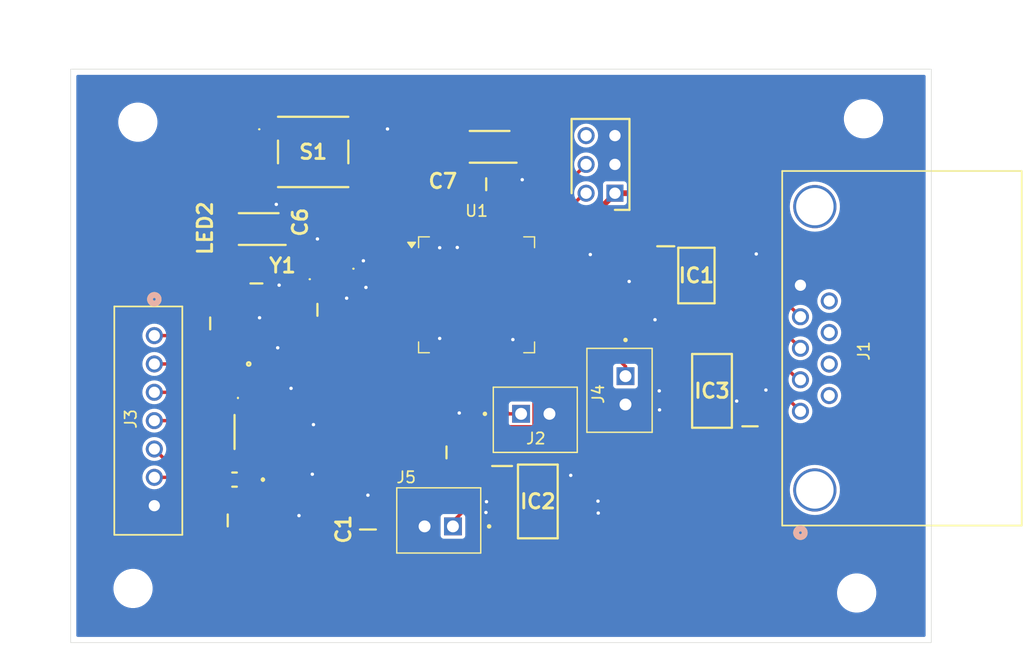
<source format=kicad_pcb>
(kicad_pcb (version 20240108) (generator "pcbnew") (generator_version "8.0")
  (layers (0 "F.Cu" signal) (31 "B.Cu" power) (34 "B.Paste" user) (35 "F.Paste" user) (36 "B.SilkS" user "B.Silkscreen") (37 "F.SilkS" user "F.Silkscreen") (38 "B.Mask" user) (39 "F.Mask" user) (44 "Edge.Cuts" user))
  (net 0 "")
  (net 1 "+3.3V")
  (net 2 "GND")
  (net 3 "/NRST")
  (net 4 "Net-(U1-VDDA)")
  (net 5 "/RCC")
  (net 6 "+5V")
  (net 7 "Net-(D1-A)")
  (net 8 "Net-(IC1-TXD)")
  (net 9 "Net-(IC1-RXD)")
  (net 10 "/CAN_H")
  (net 11 "/CAN_L")
  (net 12 "Net-(IC2-VIN)")
  (net 17 "Net-(U1-PA7)")
  (net 18 "Net-(J3-Pad3)")
  (net 19 "Net-(J3-Pad2)")
  (net 20 "Net-(J3-Pad6)")
  (net 21 "Net-(J3-Pad5)")
  (net 22 "Net-(J3-Pad4)")
  (net 23 "Net-(J3-Pad1)")
  (net 24 "Net-(U1-PA8)")
  (net 25 "Net-(LED2-A)")
  (net 26 "Net-(U1-PC12)")
  (net 27 "Net-(U1-PA0)")
  (net 28 "Net-(U1-PA1)")
  (net 29 "Net-(U1-PA2)")
  (net 30 "Net-(U1-PA3)")
  (net 31 "Net-(U1-PA4)")
  (net 32 "Net-(U1-PA5)")
  (net 33 "Net-(U1-PA6)")
  (net 34 "/SWDCLK")
  (net 35 "/SWDIO")
  (footprint "SamacSys_Parts:CAPC2012X94N" (layer "F.Cu") (at 140.05 88.625)
    (property "Reference" "C7")
    (property "Value" "100n" (hide yes))
  )
  (footprint "SamacSys_Parts:RESC6432X65N" (layer "F.Cu") (at 123.120199 108.7 180)
    (property "Reference" "R10" (hide yes))
    (property "Value" "33k" (hide yes))
  )
  (footprint "SamacSys_Parts:SOIC127P600X175-8N" (layer "F.Cu") (at 163.825 94.9)
    (property "Reference" "IC1")
    (property "Value" "MCP2562FDT-H_SN" (hide yes))
  )
  (footprint "SamacSys_Parts:CAPC2012X94N" (layer "F.Cu") (at 131.25 90.2 180)
    (property "Reference" "C6")
    (property "Value" "100n" (hide yes))
  )
  (footprint "SamacSys_Parts:JST_B2B-XH-A" (layer "F.Cu") (at 149.625 107.625 180)
    (property "Reference" "J2")
    (property "Value" "B2B-XH-A")
  )
  (footprint "SamacSys_Parts:RESC1005X45N" (layer "F.Cu") (at 128.920199 108.7 -90)
    (property "Reference" "R11" (hide yes))
    (property "Value" "10k" (hide yes))
  )
  (footprint "SamacSys_Parts:ERA3AEB101V" (layer "F.Cu") (at 122.120199 105.7 180)
    (property "Reference" "R8" (hide yes))
    (property "Value" "47k" (hide yes))
  )
  (footprint "SamacSys_Parts:RESC2012X60N6.8K" (layer "F.Cu") (at 122.520199 116.5 180)
    (property "Reference" "R14" (hide yes))
    (property "Value" "6.8k" (hide yes))
  )
  (footprint "SamacSys_Parts:EL25235JLFS" (layer "F.Cu") (at 130.05 84)
    (property "Reference" "S1")
    (property "Value" "EL2_52_35J_LFS" (hide yes))
  )
  (footprint "SamacSys_Parts:RESC2012X55N" (layer "F.Cu") (at 145.3 86.85)
    (property "Reference" "R1" (hide yes))
    (property "Value" "330R" (hide yes))
  )
  (footprint "SamacSys_Parts:LEDM3528X185N" (layer "F.Cu") (at 125.25 90.8 180)
    (property "Reference" "LED2")
    (property "Value" "VLMW45R1S1-5K6L-08" (hide yes))
  )
  (footprint "SamacSys_Parts:HDRV6W82P254_2X3_762X500X884P" (layer "F.Cu") (at 156.645 87.64 90)
    (property "Reference" "SWD1" (hide yes))
    (property "Value" "Conn_02x03_Odd_Even" (hide yes))
  )
  (footprint "SamacSys_Parts:BLM21AG102BH1J" (layer "F.Cu") (at 130.425 97.925 180)
    (property "Reference" "FB1" (hide yes))
    (property "Value" "120R @ 100Mhz" (hide yes))
  )
  (footprint "SamacSys_Parts:CAPC2012X94N" (layer "F.Cu") (at 162.65 98.8 180)
    (property "Reference" "C12" (hide yes))
    (property "Value" "100n" (hide yes))
  )
  (footprint "MountingHole:MountingHole_3.2mm_M3" (layer "F.Cu") (at 114.175 122.5)
    (property "Reference" "H3" (hide yes))
    (property "Value" "MountingHole")
  )
  (footprint "SamacSys_Parts:LEDM3528X185N" (layer "F.Cu") (at 145.6 83.55 180)
    (property "Reference" "D1" (hide yes))
    (property "Value" "LED" (hide yes))
  )
  (footprint "SamacSys_Parts:CAPC3216X94N" (layer "F.Cu") (at 134.875 117.3 90)
    (property "Reference" "C1")
    (property "Value" "10u" (hide yes))
  )
  (footprint "SamacSys_Parts:RESC1005X45N" (layer "F.Cu") (at 126.920199 102.9 -90)
    (property "Reference" "R7" (hide yes))
    (property "Value" "10k" (hide yes))
  )
  (footprint "SamacSys_Parts:ERA6AEB101V" (layer "F.Cu") (at 123.120199 112.9 180)
    (property "Reference" "R12" (hide yes))
    (property "Value" "20k" (hide yes))
  )
  (footprint "MountingHole:MountingHole_3.2mm_M3" (layer "F.Cu") (at 177.95 122.9)
    (property "Reference" "H4" (hide yes))
    (property "Value" "MountingHole")
  )
  (footprint "SamacSys_Parts:RESC1005X45N" (layer "F.Cu") (at 128.720199 113.1 -90)
    (property "Reference" "R13" (hide yes))
    (property "Value" "10k" (hide yes))
  )
  (footprint "Package_QFP:LQFP-64_10x10mm_P0.5mm" (layer "F.Cu") (at 144.45 96.6)
    (property "Reference" "U1")
    (property "Value" "STM32L476RGTx")
  )
  (footprint "SamacSys_Parts:RESC1005X45N" (layer "F.Cu") (at 123.95 99.175 -90)
    (property "Reference" "R5" (hide yes))
    (property "Value" "10k" (hide yes))
  )
  (footprint "SamacSys_Parts:RESC2012X55N" (layer "F.Cu") (at 125.05 95.6 -90)
    (property "Reference" "R18" (hide yes))
    (property "Value" "330" (hide yes))
  )
  (footprint "SamacSys_Parts:CONN_B7B-XH-A_JST" (layer "F.Cu") (at 116.05 100.2 90)
    (property "Reference" "J3")
    (property "Value" "B7B-XH-A")
  )
  (footprint "SamacSys_Parts:RESC1005X45N" (layer "F.Cu") (at 141.725 106.475 90)
    (property "Reference" "R17" (hide yes))
    (property "Value" "10k" (hide yes))
  )
  (footprint "SamacSys_Parts:CAPC2012X94N" (layer "F.Cu") (at 135.85 92.8 -90)
    (property "Reference" "C2" (hide yes))
    (property "Value" "100n" (hide yes))
  )
  (footprint "SamacSys_Parts:RESC2012X60N" (layer "F.Cu") (at 141.8 110.5)
    (property "Reference" "R16" (hide yes))
    (property "Value" "47k" (hide yes))
  )
  (footprint "SamacSys_Parts:CAPC2012X94N" (layer "F.Cu") (at 152.9425 92.2 -90)
    (property "Reference" "C3" (hide yes))
    (property "Value" "100n" (hide yes))
  )
  (footprint "SamacSys_Parts:CAPC2012X94N" (layer "F.Cu") (at 155.24 95.35 180)
    (property "Reference" "C13" (hide yes))
    (property "Value" "100n" (hide yes))
  )
  (footprint "SamacSys_Parts:CAPC2012X94N" (layer "F.Cu") (at 150.65 102.75 -90)
    (property "Reference" "C4" (hide yes))
    (property "Value" "100n" (hide yes))
  )
  (footprint "SamacSys_Parts:830208214709" (layer "F.Cu") (at 130.5 94.025)
    (property "Reference" "Y1")
    (property "Value" "ABM11-16.000MHz-D2X-T" (hide yes))
  )
  (footprint "SamacSys_Parts:RESC1005X45N" (layer "F.Cu") (at 126.920199 105.5 -90)
    (property "Reference" "R9" (hide yes))
    (property "Value" "10k" (hide yes))
  )
  (footprint "SamacSys_Parts:CAPC2012X94N" (layer "F.Cu") (at 149.3 88.55 180)
    (property "Reference" "C5" (hide yes))
    (property "Value" "100n" (hide yes))
  )
  (footprint "SamacSys_Parts:JST_B2B-XH-A" (layer "F.Cu") (at 157.05 105.025 90)
    (property "Reference" "J4")
    (property "Value" "B2B-XH-A")
  )
  (footprint "SamacSys_Parts:CAPC1005X55N" (layer "F.Cu") (at 127.125 97.075 180)
    (property "Reference" "C10" (hide yes))
    (property "Value" "1u" (hide yes))
  )
  (footprint "SamacSys_Parts:SOT230P700X180-4N5v" (layer "F.Cu") (at 165.2 105.075 180)
    (property "Reference" "IC3")
    (property "Value" "MC33275ST-5.0T3G" (hide yes))
  )
  (footprint "SamacSys_Parts:RESC2012X70N" (layer "F.Cu") (at 120.975 99.125 180)
    (property "Reference" "R4" (hide yes))
    (property "Value" "82k" (hide yes))
  )
  (footprint "SamacSys_Parts:CONN9X1_2286550-1_TEC" (layer "F.Cu") (at 172.9932 106.876599 90)
    (property "Reference" "J1")
    (property "Value" "Conn_2Rows-09Pins")
  )
  (footprint "SamacSys_Parts:ERJUP6" (layer "F.Cu") (at 122.345199 102.7 180)
    (property "Reference" "R6" (hide yes))
    (property "Value" "68k" (hide yes))
  )
  (footprint "MountingHole:MountingHole_3.2mm_M3" (layer "F.Cu") (at 114.6 81.375)
    (property "Reference" "H1" (hide yes))
    (property "Value" "MountingHole")
  )
  (footprint "SamacSys_Parts:SOT230P700X180-4N" (layer "F.Cu") (at 149.85 114.825)
    (property "Reference" "IC2")
    (property "Value" "MC33275ST-3.3T3G" (hide yes))
  )
  (footprint "SamacSys_Parts:JST_B2B-XH-A" (layer "F.Cu") (at 141.1175 116.5)
    (property "Reference" "J5")
    (property "Value" "B2B-XH-A")
  )
  (footprint "SamacSys_Parts:CAPC1005X55N" (layer "F.Cu") (at 127.15 98.675 180)
    (property "Reference" "C9" (hide yes))
    (property "Value" "1u" (hide yes))
  )
  (footprint "SamacSys_Parts:CAPC2012X94N" (layer "F.Cu") (at 135.9 96.775 90)
    (property "Reference" "C8" (hide yes))
    (property "Value" "10n" (hide yes))
  )
  (footprint "SamacSys_Parts:RESC1005X45N" (layer "F.Cu") (at 127.670199 116.7 -90)
    (property "Reference" "R15" (hide yes))
    (property "Value" "10k" (hide yes))
  )
  (footprint "SamacSys_Parts:EZJP0V180HA" (layer "F.Cu") (at 133.6 95.2 -90)
    (property "Reference" "C11" (hide yes))
    (property "Value" "15pF" (hide yes))
  )
  (footprint "MountingHole:MountingHole_3.2mm_M3" (layer "F.Cu") (at 178.55 81.075)
    (property "Reference" "H2" (hide yes))
    (property "Value" "MountingHole")
  )
  (gr_rect (start 108.675 76.7) (end 184.525 127.275) (stroke (width 0.05)) (fill none) (layer "Edge.Cuts"))
  (segment (start 137.915 91.99) (end 135.85 91.99) (width 0.3) (layer "F.Cu") (net 1))
  (segment (start 151.835 105.17) (end 152.275 104.73) (width 0.5) (layer "F.Cu") (net 1))
  (segment (start 136.8 123.3) (end 136.8 115.7) (width 0.5) (layer "F.Cu") (net 1))
  (segment (start 113.625 93.6) (end 121.35 93.6) (width 0.5) (layer "F.Cu") (net 1))
  (segment (start 141.8 111.925) (end 141.8 109.210661) (width 0.5) (layer "F.Cu") (net 1))
  (segment (start 148.955 101.52) (end 148.955 100.895) (width 0.3) (layer "F.Cu") (net 1))
  (segment (start 114.775 116.125) (end 112.6 116.125) (width 0.5) (layer "F.Cu") (net 1))
  (segment (start 149.6125 108.3375) (end 149.6125 105.914148) (width 0.5) (layer "F.Cu") (net 1))
  (segment (start 127.425 78.925) (end 140.75 78.925) (width 0.5) (layer "F.Cu") (net 1))
  (segment (start 142.673161 108.3375) (end 149.6125 108.3375) (width 0.5) (layer "F.Cu") (net 1))
  (segment (start 138.775 92.85) (end 137.915 91.99) (width 0.3) (layer "F.Cu") (net 1))
  (segment (start 151.125 78.925) (end 156.085661 78.925) (width 0.5) (layer "F.Cu") (net 1))
  (segment (start 150 101.94) (end 150.65 101.94) (width 0.3) (layer "F.Cu") (net 1))
  (segment (start 127.585 96.79) (end 127.585 97.075) (width 0.5) (layer "F.Cu") (net 1))
  (segment (start 134.875 118.7) (end 134.875 123.275) (width 0.5) (layer "F.Cu") (net 1))
  (segment (start 140.75 78.925) (end 151.125 78.925) (width 0.5) (layer "F.Cu") (net 1))
  (segment (start 166.525 96.805) (end 165.455 96.805) (width 0.5) (layer "F.Cu") (net 1))
  (segment (start 166.525 96.805) (end 165.275 96.805) (width 0.5) (layer "F.Cu") (net 1))
  (segment (start 139.24 79.015) (end 139.24 88.625) (width 0.5) (layer "F.Cu") (net 1))
  (segment (start 141.15 112.575) (end 141.8 111.925) (width 0.5) (layer "F.Cu") (net 1))
  (segment (start 125.885 97.835) (end 127.29 97.835) (width 0.5) (layer "F.Cu") (net 1))
  (segment (start 156.645 87.64) (end 156.645 87.6875) (width 0.5) (layer "F.Cu") (net 1))
  (segment (start 152.875 91.39) (end 151.585 91.39) (width 0.3) (layer "F.Cu") (net 1))
  (segment (start 152.275 104.73) (end 152.275 102.33) (width 0.5) (layer "F.Cu") (net 1))
  (segment (start 161.555331 84.394669) (end 163.805331 86.644669) (width 0.5) (layer "F.Cu") (net 1))
  (segment (start 146.45 122.15) (end 145.3 123.3) (width 0.5) (layer "F.Cu") (net 1))
  (segment (start 127.585 97.54) (end 127.585 97.075) (width 0.5) (layer "F.Cu") (net 1))
  (segment (start 139.24 89.465) (end 140.7 90.925) (width 0.3) (layer "F.Cu") (net 1))
  (segment (start 151.125 87.231472) (end 150.11 88.246472) (width 0.5) (layer "F.Cu") (net 1))
  (segment (start 122.05 92.9) (end 122.05 93) (width 0.5) (layer "F.Cu") (net 1))
  (segment (start 156.645 87.6875) (end 152.9425 91.39) (width 0.5) (layer "F.Cu") (net 1))
  (segment (start 129.85 93.525) (end 129.85 94.525) (width 0.5) (layer "F.Cu") (net 1))
  (segment (start 146.45 117.125) (end 146.45 122.15) (width 0.5) (layer "F.Cu") (net 1))
  (segment (start 139.15 78.925) (end 139.24 79.015) (width 0.5) (layer "F.Cu") (net 1))
  (segment (start 148.955 100.895) (end 150 101.94) (width 0.3) (layer "F.Cu") (net 1))
  (segment (start 148.2 102.275) (end 148.955 101.52) (width 0.3) (layer "F.Cu") (net 1))
  (segment (start 112.6 116.125) (end 110.925 114.45) (width 0.5) (layer "F.Cu") (net 1))
  (segment (start 145.3 123.3) (end 136.8 123.3) (width 0.5) (layer "F.Cu") (net 1))
  (segment (start 151.125 78.925) (end 151.125 87.231472) (width 0.5) (layer "F.Cu") (net 1))
  (segment (start 129.525 97.925) (end 128.435 97.925) (width 0.5) (layer "F.Cu") (net 1))
  (segment (start 141.7 100.869239) (end 142.669239 99.9) (width 0.3) (layer "F.Cu") (net 1))
  (segment (start 163.805331 95.335331) (end 163.805331 86.644669) (width 0.5) (layer "F.Cu") (net 1))
  (segment (start 150.11 88.246472) (end 150.11 88.55) (width 0.5) (layer "F.Cu") (net 1))
  (segment (start 139.925 112.575) (end 141.15 112.575) (width 0.5) (layer "F.Cu") (net 1))
  (segment (start 125.05 96.55) (end 125.05 97) (width 0.5) (layer "F.Cu") (net 1))
  (segment (start 134.875 123.275) (end 134.9 123.3) (width 0.5) (layer "F.Cu") (net 1))
  (segment (start 129.85 94.525) (end 127.585 96.79) (width 0.5) (layer "F.Cu") (net 1))
  (segment (start 134.9 123.3) (end 121.95 123.3) (width 0.5) (layer "F.Cu") (net 1))
  (segment (start 131.385 91.99) (end 129.85 93.525) (width 0.3) (layer "F.Cu") (net 1))
  (segment (start 139.24 89.465) (end 139.24 88.625) (width 0.3) (layer "F.Cu") (net 1))
  (segment (start 135.85 91.99) (end 131.385 91.99) (width 0.3) (layer "F.Cu") (net 1))
  (segment (start 122.05 93.55) (end 122.05 93) (width 0.5) (layer "F.Cu") (net 1))
  (segment (start 122.05 93) (end 122.05 84.3) (width 0.5) (layer "F.Cu") (net 1))
  (segment (start 156.085661 78.925) (end 161.555331 84.394669) (width 0.5) (layer "F.Cu") (net 1))
  (segment (start 125.05 97) (end 125.885 97.835) (width 0.5) (layer "F.Cu") (net 1))
  (segment (start 139.15 78.925) (end 140.75 78.925) (width 0.5) (layer "F.Cu") (net 1))
  (segment (start 125.05 96.55) (end 122.05 93.55) (width 0.5) (layer "F.Cu") (net 1))
  (segment (start 110.925 114.45) (end 110.925 96.3) (width 0.5) (layer "F.Cu") (net 1))
  (segment (start 151.885 101.94) (end 150.65 101.94) (width 0.5) (layer "F.Cu") (net 1))
  (segment (start 128.435 97.925) (end 127.585 97.075) (width 0.5) (layer "F.Cu") (net 1))
  (segment (start 127.29 97.835) (end 127.585 97.54) (width 0.5) (layer "F.Cu") (net 1))
  (segment (start 121.35 93.6) (end 122.05 92.9) (width 0.5) (layer "F.Cu") (net 1))
  (segment (start 165.455 96.805) (end 163.46 98.8) (width 0.5) (layer "F.Cu") (net 1))
  (segment (start 161.555331 84.394669) (end 158.31 87.64) (width 0.5) (layer "F.Cu") (net 1))
  (segment (start 136.8 123.3) (end 134.9 123.3) (width 0.5) (layer "F.Cu") (net 1))
  (segment (start 142.669239 99.9) (end 147.96 99.9) (width 0.3) (layer "F.Cu") (net 1))
  (segment (start 150.356648 105.17) (end 151.835 105.17) (width 0.5) (layer "F.Cu") (net 1))
  (segment (start 149.6125 105.914148) (end 150.356648 105.17) (width 0.5) (layer "F.Cu") (net 1))
  (segment (start 110.925 96.3) (end 113.625 93.6) (width 0.5) (layer "F.Cu") (net 1))
  (segment (start 147.96 99.9) (end 148.955 100.895) (width 0.3) (layer "F.Cu") (net 1))
  (segment (start 141.8 109.210661) (end 142.673161 108.3375) (width 0.5) (layer "F.Cu") (net 1))
  (segment (start 151.585 91.39) (end 150.125 92.85) (width 0.3) (layer "F.Cu") (net 1))
  (segment (start 152.275 102.33) (end 151.885 101.94) (width 0.5) (layer "F.Cu") (net 1))
  (segment (start 141.7 102.275) (end 141.7 100.869239) (width 0.3) (layer "F.Cu") (net 1))
  (segment (start 122.05 84.3) (end 127.425 78.925) (width 0.5) (layer "F.Cu") (net 1))
  (segment (start 136.8 115.7) (end 139.925 112.575) (width 0.5) (layer "F.Cu") (net 1))
  (segment (start 165.275 96.805) (end 163.805331 95.335331) (width 0.5) (layer "F.Cu") (net 1))
  (segment (start 158.31 87.64) (end 156.645 87.64) (width 0.5) (layer "F.Cu") (net 1))
  (segment (start 121.95 123.3) (end 114.775 116.125) (width 0.5) (layer "F.Cu") (net 1))
  (segment (start 127.670199 116.15) (end 128.725 116.15) (width 0.3) (layer "F.Cu") (net 2))
  (segment (start 152.9425 93.01) (end 152.6025 93.35) (width 0.3) (layer "F.Cu") (net 2))
  (segment (start 126.8 90.8) (end 126.8 88.625) (width 0.3) (layer "F.Cu") (net 2))
  (segment (start 130.44 91.66) (end 130.425 91.675) (width 0.3) (layer "F.Cu") (net 2))
  (segment (start 148.49 88.55) (end 148.49 86.465) (width 0.5) (layer "F.Cu") (net 2))
  (segment (start 160.7 94.265) (end 159.54 95.425) (width 0.3) (layer "F.Cu") (net 2))
  (segment (start 152.9425 93.01) (end 154.435 93.01) (width 0.3) (layer "F.Cu") (net 2))
  (segment (start 125.375 98.675) (end 125.325 98.625) (width 0.3) (layer "F.Cu") (net 2))
  (segment (start 147.7 103.15312) (end 148.10688 103.56) (width 0.3) (layer "F.Cu") (net 2))
  (segment (start 134.715 95.965) (end 134.7 95.95) (width 0.3) (layer "F.Cu") (net 2))
  (segment (start 138.775 98.35) (end 137.89688 98.35) (width 0.3) (layer "F.Cu") (net 2))
  (segment (start 141.2 90.925) (end 141.2 88.965) (width 0.3) (layer "F.Cu") (net 2))
  (segment (start 131.15 94.525) (end 132.275 95.65) (width 0.3) (layer "F.Cu") (net 2))
  (segment (start 154.435 93.01) (end 154.475 93.05) (width 0.3) (layer "F.Cu") (net 2))
  (segment (start 134.875 115.9) (end 134.875 114.275) (width 0.3) (layer "F.Cu") (net 2))
  (segment (start 156.05 95.35) (end 157.825 95.35) (width 0.3) (layer "F.Cu") (net 2))
  (segment (start 135.9 95.965) (end 134.715 95.965) (width 0.3) (layer "F.Cu") (net 2))
  (segment (start 126.69 98.675) (end 125.375 98.675) (width 0.3) (layer "F.Cu") (net 2))
  (segment (start 135.85 93.61) (end 134.485 93.61) (width 0.3) (layer "F.Cu") (net 2))
  (segment (start 148.10688 103.56) (end 150.65 103.56) (width 0.3) (layer "F.Cu") (net 2))
  (segment (start 137.89688 98.35) (end 136.985 97.43812) (width 0.3) (layer "F.Cu") (net 2))
  (segment (start 126.665 96.135) (end 127.05 95.75) (width 0.3) (layer "F.Cu") (net 2))
  (segment (start 126.920199 104.95) (end 128 104.95) (width 0.3) (layer "F.Cu") (net 2))
  (segment (start 147.15 83.55) (end 147.15 85.125) (width 0.3) (layer "F.Cu") (net 2))
  (segment (start 157.825 95.35) (end 157.9 95.425) (width 0.3) (layer "F.Cu") (net 2))
  (segment (start 136.575 82) (end 136.6 81.975) (width 0.5) (layer "F.Cu") (net 2))
  (segment (start 136.985 97.43812) (end 136.985 96.335) (width 0.3) (layer "F.Cu") (net 2))
  (segment (start 136.985 96.335) (end 136.615 95.965) (width 0.3) (layer "F.Cu") (net 2))
  (segment (start 129.975 108.15) (end 130.075 108.05) (width 0.3) (layer "F.Cu") (net 2))
  (segment (start 133.6 96.3) (end 133 96.9) (width 0.3) (layer "F.Cu") (net 2))
  (segment (start 136.615 95.965) (end 135.9 95.965) (width 0.3) (layer "F.Cu") (net 2))
  (segment (start 169.095 92.995) (end 169.1 93) (width 0.5) (layer "F.Cu") (net 2))
  (segment (start 148.49 86.465) (end 148.475 86.45) (width 0.5) (layer "F.Cu") (net 2))
  (segment (start 155.125 114.825) (end 155.15 114.8) (width 0.3) (layer "F.Cu") (net 2))
  (segment (start 126.665 97.075) (end 126.665 96.135) (width 0.3) (layer "F.Cu") (net 2))
  (segment (start 141.725 107.025) (end 142.925 107.025) (width 0.3) (layer "F.Cu") (net 2))
  (segment (start 142.7 90.925) (end 142.7 92.375) (width 0.3) (layer "F.Cu") (net 2))
  (segment (start 127.15 88.275) (end 126.8 88.625) (width 0.3) (layer "F.Cu") (net 2))
  (segment (start 128.920199 108.15) (end 129.975 108.15) (width 0.3) (layer "F.Cu") (net 2))
  (segment (start 141.2 90.925) (end 141.2 92.45) (width 0.3) (layer "F.Cu") (net 2))
  (segment (start 141.2 88.965) (end 140.86 88.625) (width 0.3) (layer "F.Cu") (net 2))
  (segment (start 132.95 82) (end 136.575 82) (width 0.5) (layer "F.Cu") (net 2))
  (segment (start 130.44 90.2) (end 130.44 91.66) (width 0.3) (layer "F.Cu") (net 2))
  (segment (start 161.125 94.265) (end 160.7 94.265) (width 0.3) (layer "F.Cu") (net 2))
  (segment (start 141.2 102.275) (end 141.2 100.45) (width 0.3) (layer "F.Cu") (net 2))
  (segment (start 128 104.95) (end 128.1 104.85) (width 0.3) (layer "F.Cu") (net 2))
  (segment (start 147.7 102.275) (end 147.7 100.6) (width 0.3) (layer "F.Cu") (net 2))
  (segment (start 147.7 103.15312) (end 147.7 102.275) (width 0.3) (layer "F.Cu") (net 2))
  (segment (start 152.6025 93.35) (end 150.125 93.35) (width 0.3) (layer "F.Cu") (net 2))
  (segment (start 134.485 93.61) (end 134.475 93.6) (width 0.3) (layer "F.Cu") (net 2))
  (segment (start 132.275 95.65) (end 133.6 95.65) (width 0.3) (layer "F.Cu") (net 2))
  (segment (start 129.85 112.55) (end 129.975 112.425) (width 0.3) (layer "F.Cu") (net 2))
  (segment (start 128.720199 112.55) (end 129.85 112.55) (width 0.3) (layer "F.Cu") (net 2))
  (segment (start 126.920199 102.35) (end 126.920199 101.279801) (width 0.3) (layer "F.Cu") (net 2))
  (segment (start 147.7 100.6) (end 147.65 100.55) (width 0.3) (layer "F.Cu") (net 2))
  (segment (start 166.525 92.995) (end 169.095 92.995) (width 0.5) (layer "F.Cu") (net 2))
  (segment (start 142.7 92.375) (end 142.75 92.425) (width 0.3) (layer "F.Cu") (net 2))
  (segment (start 161.84 98.8) (end 160.175 98.8) (width 0.3) (layer "F.Cu") (net 2))
  (segment (start 159.54 95.425) (end 157.9 95.425) (width 0.3) (layer "F.Cu") (net 2))
  (segment (start 145.35 114.825) (end 145.325 114.85) (width 0.3) (layer "F.Cu") (net 2))
  (segment (start 128.725 116.15) (end 128.8 116.075) (width 0.3) (layer "F.Cu") (net 2))
  (segment (start 123.95 98.625) (end 125.325 98.625) (width 0.3) (layer "F.Cu") (net 2))
  (segment (start 147.15 85.125) (end 148.475 86.45) (width 0.3) (layer "F.Cu") (net 2))
  (segment (start 127.15 86) (end 127.15 88.275) (width 0.3) (layer "F.Cu") (net 2))
  (segment (start 133.6 95.65) (end 133.6 96.3) (width 0.3) (layer "F.Cu") (net 2))
  (segment (start 126.920199 101.279801) (end 126.925 101.275) (width 0.3) (layer "F.Cu") (net 2))
  (via (at 145.325 114.85) (size 0.6) (drill 0.3) (layers "F.Cu" "B.Cu") (net 2))
  (via (at 134.475 93.6) (size 0.6) (drill 0.3) (layers "F.Cu" "B.Cu") (net 2))
  (via (at 141.2 100.45) (size 0.6) (drill 0.3) (layers "F.Cu" "B.Cu") (net 2))
  (via (at 145.275 115.8) (size 0.6) (drill 0.3) (layers "F.Cu" "B.Cu") (net 2))
  (via (at 130.075 108.05) (size 0.6) (drill 0.3) (layers "F.Cu" "B.Cu") (net 2))
  (via (at 128.8 116.075) (size 0.6) (drill 0.3) (layers "F.Cu" "B.Cu") (net 2))
  (via (at 142.925 107.025) (size 0.6) (drill 0.3) (layers "F.Cu" "B.Cu") (net 2))
  (via (at 148.475 86.45) (size 0.6) (drill 0.3) (layers "F.Cu" "B.Cu") (net 2))
  (via (at 127.05 95.75) (size 0.6) (drill 0.3) (layers "F.Cu" "B.Cu") (net 2))
  (via (at 130.425 91.675) (size 0.6) (drill 0.3) (layers "F.Cu" "B.Cu") (net 2))
  (via (at 147.65 100.55) (size 0.6) (drill 0.3) (layers "F.Cu" "B.Cu") (net 2))
  (via (at 169.95 105) (size 0.6) (drill 0.3) (layers "F.Cu" "B.Cu") (net 2))
  (via (at 126.925 101.275) (size 0.6) (drill 0.3) (layers "F.Cu" "B.Cu") (net 2))
  (via (at 155.175 115.85) (size 0.6) (drill 0.3) (layers "F.Cu" "B.Cu") (net 2))
  (via (at 160.175 98.8) (size 0.6) (drill 0.3) (layers "F.Cu" "B.Cu") (net 2))
  (via (at 125.325 98.625) (size 0.6) (drill 0.3) (layers "F.Cu" "B.Cu") (net 2))
  (via (at 152.75 112.525) (size 0.6) (drill 0.3) (layers "F.Cu" "B.Cu") (net 2))
  (via (at 136.6 81.975) (size 0.6) (drill 0.3) (layers "F.Cu" "B.Cu") (net 2))
  (via (at 133 96.9) (size 0.6) (drill 0.3) (layers "F.Cu" "B.Cu") (net 2))
  (via (at 141.2 92.45) (size 0.6) (drill 0.3) (layers "F.Cu" "B.Cu") (net 2))
  (via (at 134.875 114.275) (size 0.6) (drill 0.3) (layers "F.Cu" "B.Cu") (net 2))
  (via (at 154.475 93.05) (size 0.6) (drill 0.3) (layers "F.Cu" "B.Cu") (net 2))
  (via (at 169.1 93) (size 0.6) (drill 0.3) (layers "F.Cu" "B.Cu") (net 2))
  (via (at 134.7 95.95) (size 0.6) (drill 0.3) (layers "F.Cu" "B.Cu") (net 2))
  (via (at 167.375 105.975) (size 0.6) (drill 0.3) (layers "F.Cu" "B.Cu") (net 2))
  (via (at 129.975 112.425) (size 0.6) (drill 0.3) (layers "F.Cu" "B.Cu") (net 2))
  (via (at 157.9 95.425) (size 0.6) (drill 0.3) (layers "F.Cu" "B.Cu") (net 2))
  (via (at 160.55 105.075) (size 0.6) (drill 0.3) (layers "F.Cu" "B.Cu") (net 2))
  (via (at 142.75 92.425) (size 0.6) (drill 0.3) (layers "F.Cu" "B.Cu") (net 2))
  (via (at 128.1 104.85) (size 0.6) (drill 0.3) (layers "F.Cu" "B.Cu") (net 2))
  (via (at 155.15 114.8) (size 0.6) (drill 0.3) (layers "F.Cu" "B.Cu") (net 2))
  (via (at 160.575 106.75) (size 0.6) (drill 0.3) (layers "F.Cu" "B.Cu") (net 2))
  (via (at 126.8 88.625) (size 0.6) (drill 0.3) (layers "F.Cu" "B.Cu") (net 2))
  (segment (start 139.9 92.59688) (end 139.9 95.625) (width 0.3) (layer "F.Cu") (net 3))
  (segment (start 137.50312 90.2) (end 139.9 92.59688) (width 0.3) (layer "F.Cu") (net 3))
  (segment (start 139.675 95.85) (end 138.775 95.85) (width 0.3) (layer "F.Cu") (net 3))
  (segment (start 132.95 87.625) (end 132.06 88.515) (width 0.3) (layer "F.Cu") (net 3))
  (segment (start 139.9 95.625) (end 139.675 95.85) (width 0.3) (layer "F.Cu") (net 3))
  (segment (start 132.06 90.2) (end 137.50312 90.2) (width 0.3) (layer "F.Cu") (net 3))
  (segment (start 132.06 88.515) (end 132.06 90.2) (width 0.3) (layer "F.Cu") (net 3))
  (segment (start 132.95 86) (end 132.95 87.625) (width 0.3) (layer "F.Cu") (net 3))
  (segment (start 135.9 97.585) (end 131.665 97.585) (width 0.3) (layer "F.Cu") (net 4))
  (segment (start 135.9 97.585) (end 137.165 98.85) (width 0.3) (layer "F.Cu") (net 4))
  (segment (start 131.665 97.585) (end 131.325 97.925) (width 0.3) (layer "F.Cu") (net 4))
  (segment (start 137.165 98.85) (end 138.775 98.85) (width 0.3) (layer "F.Cu") (net 4))
  (segment (start 127.61 98.675) (end 127.835 98.9) (width 0.3) (layer "F.Cu") (net 4))
  (segment (start 130.35 98.9) (end 131.325 97.925) (width 0.3) (layer "F.Cu") (net 4))
  (segment (start 127.835 98.9) (end 130.35 98.9) (width 0.3) (layer "F.Cu") (net 4))
  (segment (start 132.375 93.525) (end 131.15 93.525) (width 0.3) (layer "F.Cu") (net 5))
  (segment (start 133.7 94.85) (end 133.6 94.75) (width 0.3) (layer "F.Cu") (net 5))
  (segment (start 138.775 94.85) (end 133.7 94.85) (width 0.3) (layer "F.Cu") (net 5))
  (segment (start 133.6 94.75) (end 132.375 93.525) (width 0.3) (layer "F.Cu") (net 5))
  (segment (start 161.83 95.535) (end 161.125 95.535) (width 0.5) (layer "F.Cu") (net 6))
  (segment (start 156.96 96.585) (end 155.14 96.585) (width 0.5) (layer "F.Cu") (net 6))
  (segment (start 159.425 97.955) (end 159.8 97.58) (width 0.5) (layer "F.Cu") (net 6))
  (segment (start 159.425 100.255) (end 159.425 97.955) (width 0.5) (layer "F.Cu") (net 6))
  (segment (start 160.278528 95.535) (end 159.638528 96.175) (width 0.5) (layer "F.Cu") (net 6))
  (segment (start 168.6 102.775) (end 161.945 102.775) (width 0.5) (layer "F.Cu") (net 6))
  (segment (start 162.325 97.58) (end 162.325 96.03) (width 0.5) (layer "F.Cu") (net 6))
  (segment (start 162.325 96.03) (end 161.83 95.535) (width 0.5) (layer "F.Cu") (net 6))
  (segment (start 161.945 102.775) (end 159.425 100.255) (width 0.5) (layer "F.Cu") (net 6))
  (segment (start 161.125 95.535) (end 160.278528 95.535) (width 0.5) (layer "F.Cu") (net 6))
  (segment (start 155.14 96.585) (end 154.43 95.875) (width 0.5) (layer "F.Cu") (net 6))
  (segment (start 157.37 96.175) (end 156.96 96.585) (width 0.5) (layer "F.Cu") (net 6))
  (segment (start 154.43 95.875) (end 154.43 95.35) (width 0.5) (layer "F.Cu") (net 6))
  (segment (start 159.8 97.58) (end 162.325 97.58) (width 0.5) (layer "F.Cu") (net 6))
  (segment (start 159.638528 96.175) (end 157.37 96.175) (width 0.5) (layer "F.Cu") (net 6))
  (segment (start 144.05 83.55) (end 144.05 86.55) (width 0.3) (layer "F.Cu") (net 7))
  (segment (start 144.05 86.55) (end 144.35 86.85) (width 0.3) (layer "F.Cu") (net 7))
  (segment (start 160.7 92.995) (end 159.655 94.04) (width 0.3) (layer "F.Cu") (net 8))
  (segment (start 161.125 92.995) (end 160.7 92.995) (width 0.3) (layer "F.Cu") (net 8))
  (segment (start 159.655 94.04) (end 151.335 94.04) (width 0.3) (layer "F.Cu") (net 8))
  (segment (start 151.025 94.35) (end 150.125 94.35) (width 0.3) (layer "F.Cu") (net 8))
  (segment (start 151.335 94.04) (end 151.025 94.35) (width 0.3) (layer "F.Cu") (net 8))
  (segment (start 161.125 96.805) (end 159.726472 96.805) (width 0.3) (layer "F.Cu") (net 9))
  (segment (start 159.346472 97.185) (end 153.41 97.185) (width 0.3) (layer "F.Cu") (net 9))
  (segment (start 153.41 97.185) (end 151.075 94.85) (width 0.3) (layer "F.Cu") (net 9))
  (segment (start 151.075 94.85) (end 150.125 94.85) (width 0.3) (layer "F.Cu") (net 9))
  (segment (start 159.726472 96.805) (end 159.346472 97.185) (width 0.3) (layer "F.Cu") (net 9))
  (segment (start 166.19 94.265) (end 166.525 94.265) (width 0.3) (layer "F.Cu") (net 10))
  (segment (start 166.525 94.265) (end 166.95 94.265) (width 0.3) (layer "F.Cu") (net 10))
  (segment (start 172.9932 101.3166) (end 171.125 99.4484) (width 0.3) (layer "F.Cu") (net 10))
  (segment (start 166.95 94.265) (end 170.425 97.74) (width 0.3) (layer "F.Cu") (net 10))
  (segment (start 170.425 97.74) (end 170.425 101.725) (width 0.3) (layer "F.Cu") (net 10))
  (segment (start 169.742894 91.8) (end 165.95 91.8) (width 0.3) (layer "F.Cu") (net 10))
  (segment (start 165.425 92.325) (end 165.425 93.5) (width 0.3) (layer "F.Cu") (net 10))
  (segment (start 165.95 91.8) (end 165.425 92.325) (width 0.3) (layer "F.Cu") (net 10))
  (segment (start 171.125 99.4484) (end 171.125 93.182106) (width 0.3) (layer "F.Cu") (net 10))
  (segment (start 170.425 101.725) (end 172.7966 104.0966) (width 0.3) (layer "F.Cu") (net 10))
  (segment (start 172.7966 104.0966) (end 172.9932 104.0966) (width 0.3) (layer "F.Cu") (net 10))
  (segment (start 165.425 93.5) (end 166.19 94.265) (width 0.3) (layer "F.Cu") (net 10))
  (segment (start 171.125 93.182106) (end 169.742894 91.8) (width 0.3) (layer "F.Cu") (net 10))
  (segment (start 170.85 103.25) (end 170.85 104.733399) (width 0.3) (layer "F.Cu") (net 11))
  (segment (start 171.625 91.75) (end 171.175 91.3) (width 0.3) (layer "F.Cu") (net 11))
  (segment (start 171.175 91.3) (end 165.375 91.3) (width 0.3) (layer "F.Cu") (net 11))
  (segment (start 165.375 91.3) (end 164.55 92.125) (width 0.3) (layer "F.Cu") (net 11))
  (segment (start 166.525 95.535) (end 166.95 95.535) (width 0.3) (layer "F.Cu") (net 11))
  (segment (start 166.525 95.535) (end 167.03 95.535) (width 0.3) (layer "F.Cu") (net 11))
  (segment (start 169.45 98.035) (end 169.45 101.85) (width 0.3) (layer "F.Cu") (net 11))
  (segment (start 164.55 94.2) (end 165.885 95.535) (width 0.3) (layer "F.Cu") (net 11))
  (segment (start 164.55 92.125) (end 164.55 94.2) (width 0.3) (layer "F.Cu") (net 11))
  (segment (start 169.45 101.85) (end 170.85 103.25) (width 0.3) (layer "F.Cu") (net 11))
  (segment (start 171.625 97.1684) (end 171.625 91.75) (width 0.3) (layer "F.Cu") (net 11))
  (segment (start 170.85 104.733399) (end 172.9932 106.876599) (width 0.3) (layer "F.Cu") (net 11))
  (segment (start 165.885 95.535) (end 166.525 95.535) (width 0.3) (layer "F.Cu") (net 11))
  (segment (start 166.95 95.535) (end 169.45 98.035) (width 0.3) (layer "F.Cu") (net 11))
  (segment (start 172.9932 98.5366) (end 171.625 97.1684) (width 0.3) (layer "F.Cu") (net 11))
  (segment (start 145.525 110.5) (end 142.75 110.5) (width 0.3) (layer "F.Cu") (net 12))
  (segment (start 142.3675 117.025) (end 142.3675 116.6075) (width 0.3) (layer "F.Cu") (net 12))
  (segment (start 142.3675 116.6075) (end 146.45 112.525) (width 0.3) (layer "F.Cu") (net 12))
  (segment (start 167.15 111) (end 168.6 109.55) (width 0.3) (layer "F.Cu") (net 12))
  (segment (start 147.35 112.525) (end 148.875 111) (width 0.3) (layer "F.Cu") (net 12))
  (segment (start 148.875 111) (end 167.15 111) (width 0.3) (layer "F.Cu") (net 12))
  (segment (start 146.45 111.425) (end 145.525 110.5) (width 0.3) (layer "F.Cu") (net 12))
  (segment (start 168.6 109.55) (end 168.6 107.375) (width 0.3) (layer "F.Cu") (net 12))
  (segment (start 146.45 112.525) (end 146.45 111.425) (width 0.3) (layer "F.Cu") (net 12))
  (segment (start 146.45 112.525) (end 147.35 112.525) (width 0.3) (layer "F.Cu") (net 12))
  (segment (start 147.2875 107.1) (end 143.7 103.5125) (width 0.3) (layer "F.Cu") (net 17))
  (segment (start 148.375 107.1) (end 147.2875 107.1) (width 0.3) (layer "F.Cu") (net 17))
  (segment (start 143.7 103.5125) (end 143.7 102.275) (width 0.3) (layer "F.Cu") (net 17))
  (segment (start 116.05 105.2) (end 120.895199 105.2) (width 0.3) (layer "F.Cu") (net 18))
  (segment (start 120.895199 105.2) (end 121.395199 105.7) (width 0.3) (layer "F.Cu") (net 18))
  (segment (start 116.05 102.7) (end 121.170199 102.7) (width 0.3) (layer "F.Cu") (net 19))
  (segment (start 117.7202 112.700001) (end 121.520199 116.5) (width 0.3) (layer "F.Cu") (net 20))
  (segment (start 116.05 112.700001) (end 117.7202 112.700001) (width 0.3) (layer "F.Cu") (net 20))
  (segment (start 118.75 112.9) (end 121.945199 112.9) (width 0.3) (layer "F.Cu") (net 21))
  (segment (start 116.05 110.2) (end 118.75 112.9) (width 0.3) (layer "F.Cu") (net 21))
  (segment (start 116.05 107.7) (end 119.120199 107.7) (width 0.3) (layer "F.Cu") (net 22))
  (segment (start 119.120199 107.7) (end 120.120199 108.7) (width 0.3) (layer "F.Cu") (net 22))
  (segment (start 116.05 100.2) (end 118.95 100.2) (width 0.3) (layer "F.Cu") (net 23))
  (segment (start 118.95 100.2) (end 120.025 99.125) (width 0.3) (layer "F.Cu") (net 23))
  (segment (start 151.00312 96.35) (end 150.125 96.35) (width 0.3) (layer "F.Cu") (net 24))
  (segment (start 157.575 102.92188) (end 151.00312 96.35) (width 0.3) (layer "F.Cu") (net 24))
  (segment (start 157.575 103.775) (end 157.575 102.92188) (width 0.3) (layer "F.Cu") (net 24))
  (segment (start 123.7 85.45) (end 123.7 90.8) (width 0.3) (layer "F.Cu") (net 25))
  (segment (start 123.7 93.3) (end 125.05 94.65) (width 0.3) (layer "F.Cu") (net 25))
  (segment (start 123.7 90.8) (end 123.7 93.3) (width 0.3) (layer "F.Cu") (net 25))
  (segment (start 127.15 82) (end 123.7 85.45) (width 0.3) (layer "F.Cu") (net 25))
  (segment (start 146.2 86.9) (end 146.2 90.925) (width 0.3) (layer "F.Cu") (net 26))
  (segment (start 146.25 86.85) (end 146.2 86.9) (width 0.3) (layer "F.Cu") (net 26))
  (segment (start 121.925 99.125) (end 122.525 99.725) (width 0.3) (layer "F.Cu") (net 27))
  (segment (start 133.85 99.35) (end 138.775 99.35) (width 0.3) (layer "F.Cu") (net 27))
  (segment (start 122.525 99.725) (end 123.95 99.725) (width 0.3) (layer "F.Cu") (net 27))
  (segment (start 133.85 99.35) (end 133.475 99.725) (width 0.3) (layer "F.Cu") (net 27))
  (segment (start 133.475 99.725) (end 123.95 99.725) (width 0.3) (layer "F.Cu") (net 27))
  (segment (start 123.520199 102.7) (end 124.270199 103.45) (width 0.3) (layer "F.Cu") (net 28))
  (segment (start 134.122893 100.85) (end 135.122893 99.85) (width 0.3) (layer "F.Cu") (net 28))
  (segment (start 124.270199 103.45) (end 126.920199 103.45) (width 0.3) (layer "F.Cu") (net 28))
  (segment (start 126.920199 103.45) (end 128.325 103.45) (width 0.3) (layer "F.Cu") (net 28))
  (segment (start 135.122893 99.85) (end 138.775 99.85) (width 0.3) (layer "F.Cu") (net 28))
  (segment (start 130.925 100.85) (end 134.122893 100.85) (width 0.3) (layer "F.Cu") (net 28))
  (segment (start 128.325 103.45) (end 130.925 100.85) (width 0.3) (layer "F.Cu") (net 28))
  (segment (start 129.775 106.05) (end 126.920199 106.05) (width 0.3) (layer "F.Cu") (net 29))
  (segment (start 126.920199 106.05) (end 123.195199 106.05) (width 0.3) (layer "F.Cu") (net 29))
  (segment (start 123.195199 106.05) (end 122.845199 105.7) (width 0.3) (layer "F.Cu") (net 29))
  (segment (start 135.475 100.35) (end 138.775 100.35) (width 0.3) (layer "F.Cu") (net 29))
  (segment (start 135.475 100.35) (end 129.775 106.05) (width 0.3) (layer "F.Cu") (net 29))
  (segment (start 126.120199 108.7) (end 126.670199 109.25) (width 0.3) (layer "F.Cu") (net 30))
  (segment (start 126.670199 109.25) (end 128.920199 109.25) (width 0.3) (layer "F.Cu") (net 30))
  (segment (start 140.7 103.575) (end 140.7 102.275) (width 0.3) (layer "F.Cu") (net 30))
  (segment (start 135.025 109.25) (end 140.7 103.575) (width 0.3) (layer "F.Cu") (net 30))
  (segment (start 128.920199 109.25) (end 135.025 109.25) (width 0.3) (layer "F.Cu") (net 30))
  (segment (start 142.2 103.2) (end 142.2 102.275) (width 0.3) (layer "F.Cu") (net 31))
  (segment (start 128.720199 113.65) (end 130.025 113.65) (width 0.3) (layer "F.Cu") (net 31))
  (segment (start 134.9 110.5) (end 142.2 103.2) (width 0.3) (layer "F.Cu") (net 31))
  (segment (start 133.175 110.5) (end 134.9 110.5) (width 0.3) (layer "F.Cu") (net 31))
  (segment (start 125.045199 113.65) (end 128.720199 113.65) (width 0.3) (layer "F.Cu") (net 31))
  (segment (start 124.295199 112.9) (end 125.045199 113.65) (width 0.3) (layer "F.Cu") (net 31))
  (segment (start 130.025 113.65) (end 133.175 110.5) (width 0.3) (layer "F.Cu") (net 31))
  (segment (start 128.857107 117.25) (end 127.670199 117.25) (width 0.3) (layer "F.Cu") (net 32))
  (segment (start 123.520199 116.5) (end 124.270199 117.25) (width 0.3) (layer "F.Cu") (net 32))
  (segment (start 142.7 102.275) (end 142.7 103.407107) (width 0.3) (layer "F.Cu") (net 32))
  (segment (start 124.270199 117.25) (end 127.670199 117.25) (width 0.3) (layer "F.Cu") (net 32))
  (segment (start 142.7 103.407107) (end 128.857107 117.25) (width 0.3) (layer "F.Cu") (net 32))
  (segment (start 141.725 105.925) (end 143.2 104.45) (width 0.3) (layer "F.Cu") (net 33))
  (segment (start 138.8 108.25) (end 138.8 109.975) (width 0.3) (layer "F.Cu") (net 33))
  (segment (start 139.325 110.5) (end 140.375 110.5) (width 0.3) (layer "F.Cu") (net 33))
  (segment (start 141.125 105.925) (end 138.8 108.25) (width 0.3) (layer "F.Cu") (net 33))
  (segment (start 138.8 109.975) (end 139.325 110.5) (width 0.3) (layer "F.Cu") (net 33))
  (segment (start 141.725 105.925) (end 141.125 105.925) (width 0.3) (layer "F.Cu") (net 33))
  (segment (start 143.2 104.45) (end 143.2 102.275) (width 0.3) (layer "F.Cu") (net 33))
  (segment (start 151.25 89.355) (end 149.68 90.925) (width 0.3) (layer "F.Cu") (net 34))
  (segment (start 154.105 85.1) (end 151.25 87.955) (width 0.3) (layer "F.Cu") (net 34))
  (segment (start 149.68 90.925) (end 148.2 90.925) (width 0.3) (layer "F.Cu") (net 34))
  (segment (start 151.25 87.955) (end 151.25 89.355) (width 0.3) (layer "F.Cu") (net 34))
  (segment (start 149 93.60312) (end 149.24688 93.85) (width 0.3) (layer "F.Cu") (net 35))
  (segment (start 153.95688 87.64) (end 149 92.59688) (width 0.3) (layer "F.Cu") (net 35))
  (segment (start 149.24688 93.85) (end 150.125 93.85) (width 0.3) (layer "F.Cu") (net 35))
  (segment (start 154.105 87.64) (end 153.95688 87.64) (width 0.3) (layer "F.Cu") (net 35))
  (segment (start 149 92.59688) (end 149 93.60312) (width 0.3) (layer "F.Cu") (net 35))
  (zone (net 2) (net_name "GND") (layer "F.Cu") (priority 1) (connect_pads yes (clearance 0.3)) (min_thickness 0.25) (fill yes (thermal_gap 0.5) (thermal_bridge_width 0.5))
    (polygon (pts (xy 160.2 107.05) (xy 160.225 103.175) (xy 163.125 103.2) (xy 163.125 104.35) (xy 170.325 104.4) (xy 170.325 106.425) (xy 163.2 106.5) (xy 163.25 107.225) (xy 160.2 107.25) (xy 160.2 107)))
  )
  (zone (net 2) (net_name "GND") (layer "F.Cu") (priority 2) (connect_pads yes (clearance 0.3)) (min_thickness 0.25) (fill yes (thermal_gap 0.5) (thermal_bridge_width 0.5))
    (polygon (pts (xy 144.875 115.875) (xy 145.05 114.175) (xy 146 113.95) (xy 151.825 113.975) (xy 151.9 112.05) (xy 155.875 112) (xy 155.95 116.35) (xy 156 116.45) (xy 148 116.525) (xy 147.725 116.125) (xy 144.925 116.15) (xy 144.9 115.625)))
  )
  (zone (net 2) (net_name "GND") (layer "B.Cu") (connect_pads yes (clearance 0.3)) (min_thickness 0.25) (fill yes (thermal_gap 0.5) (thermal_bridge_width 0.5))
    (polygon (pts (xy 102.45 70.6) (xy 102.65 129.6) (xy 192.05 129.8) (xy 191.85 70.6)))
  )
)
</source>
